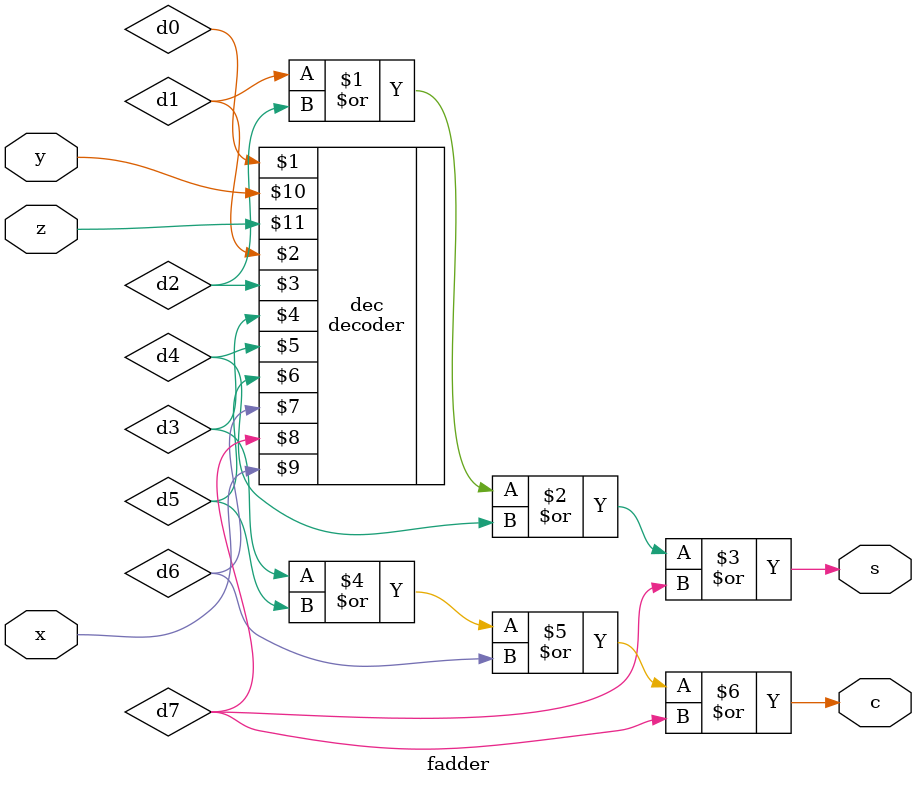
<source format=v>
module fadder(s,c,x,y,z);
input x,y,z;
wire d0,d1,d2,d3,d4,d5,d6,d7;
output s,c;

decoder dec(d0,d1,d2,d3,d4,d5,d6,d7,x,y,z);
assign s=d1 | d2 | d4 | d7 , c=d3 | d5 | d6 | d7;
endmodule

</source>
